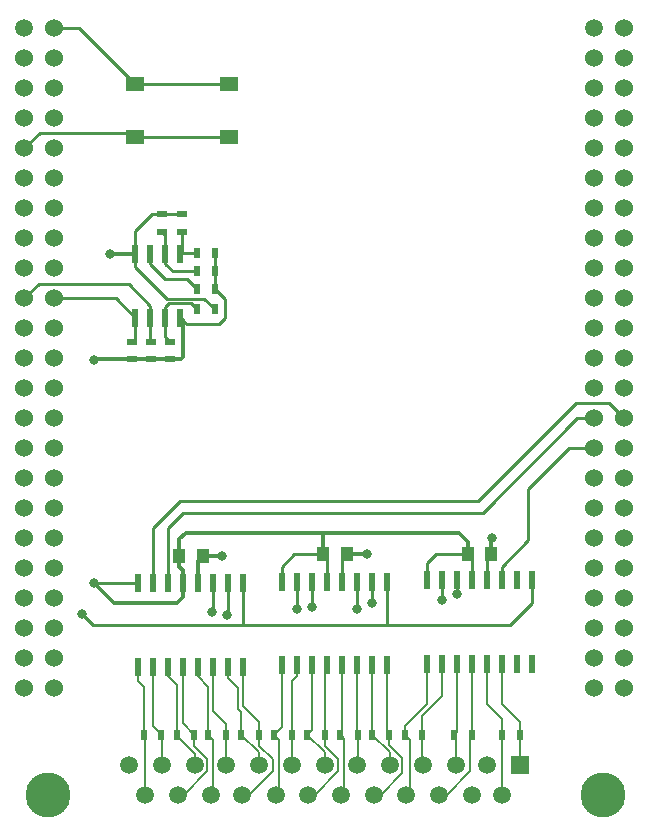
<source format=gtl>
G04 #@! TF.FileFunction,Copper,L1,Top,Signal*
%FSLAX46Y46*%
G04 Gerber Fmt 4.6, Leading zero omitted, Abs format (unit mm)*
G04 Created by KiCad (PCBNEW 4.0.7) date 10/18/17 23:54:45*
%MOMM*%
%LPD*%
G01*
G04 APERTURE LIST*
%ADD10C,0.150000*%
%ADD11R,0.500000X0.900000*%
%ADD12C,1.500000*%
%ADD13C,1.524000*%
%ADD14R,0.600000X1.550000*%
%ADD15R,0.900000X0.500000*%
%ADD16R,0.600000X1.500000*%
%ADD17R,1.000000X1.250000*%
%ADD18C,3.810000*%
%ADD19R,1.520000X1.520000*%
%ADD20C,1.520000*%
%ADD21R,1.550000X1.300000*%
%ADD22C,0.812800*%
%ADD23C,0.254000*%
%ADD24C,0.350000*%
%ADD25C,0.152400*%
G04 APERTURE END LIST*
D10*
D11*
X135076500Y-122364500D03*
X136576500Y-122364500D03*
D12*
X164980400Y-62575200D03*
D13*
X167520400Y-118455200D03*
X164980400Y-118455200D03*
X167520400Y-115915200D03*
X164980400Y-115915200D03*
X167520400Y-113375200D03*
X164980400Y-113375200D03*
X167520400Y-98135200D03*
X167520400Y-110835200D03*
X164980400Y-110835200D03*
X164980400Y-72735200D03*
X164980400Y-70195200D03*
X164980400Y-67655200D03*
X164980400Y-65115200D03*
X164980400Y-108295200D03*
X164980400Y-105755200D03*
X167520400Y-108295200D03*
X167520400Y-105755200D03*
X167520400Y-103215200D03*
X167520400Y-100675200D03*
X167520400Y-95595200D03*
X164980400Y-103215200D03*
X167520400Y-93055200D03*
X167520400Y-90515200D03*
X164980400Y-100675200D03*
X167520400Y-87975200D03*
X164980400Y-98135200D03*
X167520400Y-85435200D03*
X164980400Y-95595200D03*
X167520400Y-82895200D03*
X164980400Y-93055200D03*
X167520400Y-80355200D03*
X164980400Y-90515200D03*
X167520400Y-77815200D03*
X164980400Y-87975200D03*
X167520400Y-75275200D03*
X164980400Y-85435200D03*
X167520400Y-72735200D03*
X164980400Y-82895200D03*
X167520400Y-70195200D03*
X164980400Y-80355200D03*
X167520400Y-67655200D03*
X164980400Y-77815200D03*
X167520400Y-65115200D03*
X164980400Y-75275200D03*
X167520400Y-62575200D03*
X119260400Y-62575200D03*
X116720400Y-75275200D03*
X119260400Y-65115200D03*
X116720400Y-77815200D03*
X119260400Y-67655200D03*
X116720400Y-80355200D03*
X119260400Y-70195200D03*
X116720400Y-82895200D03*
X119260400Y-72735200D03*
X116720400Y-85435200D03*
X119260400Y-75275200D03*
X116720400Y-87975200D03*
X119260400Y-77815200D03*
X116720400Y-90515200D03*
X119260400Y-80355200D03*
X116720400Y-93055200D03*
X119260400Y-82895200D03*
X116720400Y-95595200D03*
X119260400Y-85435200D03*
X116720400Y-98135200D03*
X119260400Y-87975200D03*
X116720400Y-100675200D03*
X119260400Y-90515200D03*
X119260400Y-93055200D03*
X116720400Y-103215200D03*
X119260400Y-95595200D03*
X119260400Y-100675200D03*
X119260400Y-103215200D03*
X119260400Y-105755200D03*
X119260400Y-108295200D03*
X116720400Y-105755200D03*
X116720400Y-108295200D03*
X116720400Y-65115200D03*
X116720400Y-67655200D03*
X116720400Y-70195200D03*
X116720400Y-72735200D03*
X116720400Y-110835200D03*
X119260400Y-110835200D03*
X119260400Y-98135200D03*
X116720400Y-113375200D03*
X119260400Y-113375200D03*
X116720400Y-115915200D03*
X119260400Y-115915200D03*
X116720400Y-118455200D03*
X119260400Y-118455200D03*
D12*
X116720400Y-62575200D03*
D14*
X129921000Y-81691500D03*
X128651000Y-81691500D03*
X127381000Y-81691500D03*
X126111000Y-81691500D03*
X126111000Y-87091500D03*
X127381000Y-87091500D03*
X128651000Y-87091500D03*
X129921000Y-87091500D03*
D15*
X127444500Y-89102500D03*
X127444500Y-90602500D03*
X125857000Y-89102500D03*
X125857000Y-90602500D03*
X129032000Y-89102500D03*
X129032000Y-90602500D03*
D11*
X131330000Y-84645500D03*
X132830000Y-84645500D03*
X131330000Y-83121500D03*
X132830000Y-83121500D03*
X131330000Y-81597500D03*
X132830000Y-81597500D03*
X132830000Y-86360000D03*
X131330000Y-86360000D03*
D15*
X128397000Y-78307500D03*
X128397000Y-79807500D03*
X130048000Y-78307500D03*
X130048000Y-79807500D03*
D11*
X128321500Y-122364500D03*
X126821500Y-122364500D03*
X129615500Y-122364500D03*
X131115500Y-122364500D03*
X133782500Y-122364500D03*
X132282500Y-122364500D03*
X139370500Y-122364500D03*
X137870500Y-122364500D03*
X140664500Y-122364500D03*
X142164500Y-122364500D03*
X144958500Y-122364500D03*
X143458500Y-122364500D03*
X146125500Y-122364500D03*
X147625500Y-122364500D03*
X150419500Y-122364500D03*
X148919500Y-122364500D03*
X153110500Y-122364500D03*
X154610500Y-122364500D03*
X158674500Y-122364500D03*
X157174500Y-122364500D03*
D16*
X126301500Y-116643500D03*
X127571500Y-116643500D03*
X128841500Y-116643500D03*
X130111500Y-116643500D03*
X131381500Y-116643500D03*
X132651500Y-116643500D03*
X133921500Y-116643500D03*
X135191500Y-116643500D03*
X135191500Y-109543500D03*
X133921500Y-109543500D03*
X132651500Y-109543500D03*
X131381500Y-109543500D03*
X130111500Y-109543500D03*
X128841500Y-109543500D03*
X127571500Y-109543500D03*
X126301500Y-109543500D03*
X138493500Y-116516500D03*
X139763500Y-116516500D03*
X141033500Y-116516500D03*
X142303500Y-116516500D03*
X143573500Y-116516500D03*
X144843500Y-116516500D03*
X146113500Y-116516500D03*
X147383500Y-116516500D03*
X147383500Y-109416500D03*
X146113500Y-109416500D03*
X144843500Y-109416500D03*
X143573500Y-109416500D03*
X142303500Y-109416500D03*
X141033500Y-109416500D03*
X139763500Y-109416500D03*
X138493500Y-109416500D03*
X150812500Y-116389500D03*
X152082500Y-116389500D03*
X153352500Y-116389500D03*
X154622500Y-116389500D03*
X155892500Y-116389500D03*
X157162500Y-116389500D03*
X158432500Y-116389500D03*
X159702500Y-116389500D03*
X159702500Y-109289500D03*
X158432500Y-109289500D03*
X157162500Y-109289500D03*
X155892500Y-109289500D03*
X154622500Y-109289500D03*
X153352500Y-109289500D03*
X152082500Y-109289500D03*
X150812500Y-109289500D03*
D17*
X131810000Y-107251500D03*
X129810000Y-107251500D03*
X144002000Y-107061000D03*
X142002000Y-107061000D03*
X156257500Y-107061000D03*
X154257500Y-107061000D03*
D18*
X118676500Y-127444500D03*
X165666500Y-127444500D03*
D19*
X158686500Y-124904500D03*
D20*
X155896500Y-124904500D03*
X153226500Y-124904500D03*
X150426500Y-124904500D03*
X147636500Y-124904500D03*
X144846500Y-124904500D03*
X142176500Y-124904500D03*
X139386500Y-124904500D03*
X136586500Y-124904500D03*
X133796500Y-124904500D03*
X131126500Y-124904500D03*
X128336500Y-124904500D03*
X125536500Y-124904500D03*
X157116500Y-127444500D03*
X154576500Y-127444500D03*
X151776500Y-127444500D03*
X149036500Y-127444500D03*
X146286500Y-127444500D03*
X143496500Y-127444500D03*
X140756500Y-127444500D03*
X138006500Y-127444500D03*
X135166500Y-127444500D03*
X132476500Y-127444500D03*
X129726500Y-127444500D03*
X126936500Y-127444500D03*
D21*
X126068000Y-71782500D03*
X126068000Y-67282500D03*
X134028000Y-67282500D03*
X134028000Y-71782500D03*
D22*
X123952000Y-81661000D03*
X156273500Y-105727500D03*
X145732500Y-107061000D03*
X133413500Y-107251500D03*
X133858000Y-112204500D03*
X132588000Y-112014000D03*
X141033500Y-111569500D03*
X139827000Y-111760000D03*
X146113500Y-111252000D03*
X144843500Y-111760000D03*
X153352500Y-110490000D03*
X152082500Y-110998000D03*
X121602500Y-112141000D03*
X122618500Y-109537500D03*
X122618500Y-90614500D03*
D23*
X119260400Y-62575200D02*
X121360700Y-62575200D01*
X121360700Y-62575200D02*
X126068000Y-67282500D01*
X126068000Y-67282500D02*
X134028000Y-67282500D01*
D24*
X126111000Y-81691500D02*
X123982500Y-81691500D01*
X123982500Y-81691500D02*
X123952000Y-81661000D01*
X131810000Y-107251500D02*
X131381500Y-107680000D01*
X131381500Y-107680000D02*
X131381500Y-109543500D01*
X156257500Y-105743500D02*
X156257500Y-107061000D01*
X156273500Y-105727500D02*
X156257500Y-105743500D01*
X144002000Y-107061000D02*
X145732500Y-107061000D01*
X131810000Y-107251500D02*
X133413500Y-107251500D01*
D23*
X144002000Y-107061000D02*
X144065500Y-107124500D01*
X156273500Y-107045000D02*
X156257500Y-107061000D01*
X156257500Y-107061000D02*
X155892500Y-107426000D01*
X155892500Y-107426000D02*
X155892500Y-109289500D01*
X144002000Y-107061000D02*
X143573500Y-107489500D01*
X143573500Y-107489500D02*
X143573500Y-109416500D01*
X126111000Y-81691500D02*
X126111000Y-79692500D01*
X127496000Y-78307500D02*
X128397000Y-78307500D01*
X126111000Y-79692500D02*
X127496000Y-78307500D01*
X132830000Y-86360000D02*
X131915598Y-85445598D01*
X126111000Y-82740500D02*
X126111000Y-81691500D01*
X128816098Y-85445598D02*
X126111000Y-82740500D01*
X131915598Y-85445598D02*
X128816098Y-85445598D01*
X130048000Y-78307500D02*
X128397000Y-78307500D01*
X133921500Y-112141000D02*
X133921500Y-109543500D01*
X133858000Y-112204500D02*
X133921500Y-112141000D01*
X132651500Y-111950500D02*
X132651500Y-109543500D01*
X132588000Y-112014000D02*
X132651500Y-111950500D01*
X141033500Y-111569500D02*
X141033500Y-109416500D01*
X139827000Y-111760000D02*
X139763500Y-111696500D01*
X139763500Y-111696500D02*
X139763500Y-109416500D01*
X146113500Y-111252000D02*
X146113500Y-109416500D01*
X144843500Y-111760000D02*
X144843500Y-109416500D01*
X153352500Y-110490000D02*
X153352500Y-109289500D01*
X152082500Y-110998000D02*
X152082500Y-109289500D01*
X127571500Y-109543500D02*
X127571500Y-104838500D01*
X166222700Y-94297500D02*
X167520400Y-95595200D01*
X163385500Y-94297500D02*
X166222700Y-94297500D01*
X155130500Y-102552500D02*
X163385500Y-94297500D01*
X129857500Y-102552500D02*
X155130500Y-102552500D01*
X127571500Y-104838500D02*
X129857500Y-102552500D01*
X157162500Y-109289500D02*
X157162500Y-108140500D01*
X162849800Y-98135200D02*
X164980400Y-98135200D01*
X159385000Y-101600000D02*
X162849800Y-98135200D01*
X159385000Y-105918000D02*
X159385000Y-101600000D01*
X157162500Y-108140500D02*
X159385000Y-105918000D01*
X128841500Y-109543500D02*
X128841500Y-104902000D01*
X163484800Y-95595200D02*
X164980400Y-95595200D01*
X155511500Y-103568500D02*
X163484800Y-95595200D01*
X130175000Y-103568500D02*
X155511500Y-103568500D01*
X128841500Y-104902000D02*
X130175000Y-103568500D01*
X119260400Y-85435200D02*
X124454700Y-85435200D01*
X124454700Y-85435200D02*
X126111000Y-87091500D01*
X125857000Y-89102500D02*
X126111000Y-88848500D01*
X126111000Y-88848500D02*
X126111000Y-87091500D01*
X116720400Y-85435200D02*
X117954600Y-84201000D01*
X127381000Y-86042500D02*
X127381000Y-87091500D01*
X125539500Y-84201000D02*
X127381000Y-86042500D01*
X117954600Y-84201000D02*
X125539500Y-84201000D01*
X127444500Y-89102500D02*
X127381000Y-89039000D01*
X127381000Y-89039000D02*
X127381000Y-87091500D01*
X135191500Y-109543500D02*
X135191500Y-113093500D01*
X147383500Y-113093500D02*
X135191500Y-113093500D01*
X135191500Y-113093500D02*
X122555000Y-113093500D01*
X122555000Y-113093500D02*
X121602500Y-112141000D01*
X147383500Y-109416500D02*
X147383500Y-113093500D01*
X159702500Y-111252000D02*
X159702500Y-109289500D01*
X157861000Y-113093500D02*
X159702500Y-111252000D01*
X147383500Y-113093500D02*
X157861000Y-113093500D01*
X126301500Y-109543500D02*
X122624500Y-109543500D01*
X122624500Y-109543500D02*
X122618500Y-109537500D01*
D24*
X126746000Y-111188500D02*
X126301500Y-111188500D01*
X126746000Y-111188500D02*
X129667000Y-111188500D01*
X129667000Y-111188500D02*
X130111500Y-110744000D01*
X130111500Y-110744000D02*
X130111500Y-109543500D01*
X124269500Y-111188500D02*
X122618500Y-109537500D01*
X126301500Y-111188500D02*
X124269500Y-111188500D01*
X129810000Y-107251500D02*
X129810000Y-105838500D01*
X129810000Y-105838500D02*
X130365500Y-105283000D01*
X130365500Y-105283000D02*
X141986000Y-105283000D01*
X129810000Y-107251500D02*
X129810000Y-108156500D01*
X129810000Y-108156500D02*
X130111500Y-108458000D01*
X130111500Y-108458000D02*
X130111500Y-109543500D01*
X129810000Y-107251500D02*
X130111500Y-107553000D01*
X129032000Y-90602500D02*
X129933000Y-90602500D01*
X130111500Y-90424000D02*
X130111500Y-87282000D01*
X129933000Y-90602500D02*
X130111500Y-90424000D01*
X130111500Y-87282000D02*
X129921000Y-87091500D01*
X125857000Y-90602500D02*
X127444500Y-90602500D01*
X127444500Y-90602500D02*
X129032000Y-90602500D01*
X125857000Y-90602500D02*
X122630500Y-90602500D01*
X122630500Y-90602500D02*
X122618500Y-90614500D01*
X142002000Y-107061000D02*
X142002000Y-105283000D01*
X142002000Y-105283000D02*
X141986000Y-105283000D01*
X154257500Y-106061000D02*
X154257500Y-107061000D01*
X141986000Y-105283000D02*
X153479500Y-105283000D01*
X153479500Y-105283000D02*
X154257500Y-106061000D01*
D23*
X154257500Y-107061000D02*
X151574500Y-107061000D01*
X150812500Y-107823000D02*
X150812500Y-109289500D01*
X151574500Y-107061000D02*
X150812500Y-107823000D01*
X154257500Y-107061000D02*
X154622500Y-107426000D01*
X154622500Y-107426000D02*
X154622500Y-109289500D01*
X142002000Y-107061000D02*
X139573000Y-107061000D01*
X138493500Y-108140500D02*
X138493500Y-109416500D01*
X139573000Y-107061000D02*
X138493500Y-108140500D01*
X142002000Y-107061000D02*
X142303500Y-107362500D01*
X142303500Y-107362500D02*
X142303500Y-109416500D01*
X132830000Y-81597500D02*
X132830000Y-83121500D01*
X132830000Y-83121500D02*
X132830000Y-84645500D01*
X132830000Y-84645500D02*
X133667500Y-85483000D01*
X133667500Y-85483000D02*
X133667500Y-87122000D01*
X133667500Y-87122000D02*
X133159500Y-87630000D01*
X133159500Y-87630000D02*
X130459500Y-87630000D01*
X130459500Y-87630000D02*
X129921000Y-87091500D01*
D25*
X158674500Y-122364500D02*
X158674500Y-124892500D01*
X158674500Y-124892500D02*
X158686500Y-124904500D01*
X157162500Y-116389500D02*
X157162500Y-119761000D01*
X158674500Y-121273000D02*
X158674500Y-122364500D01*
X157162500Y-119761000D02*
X158674500Y-121273000D01*
X153110500Y-122364500D02*
X153352500Y-122122500D01*
X153352500Y-122122500D02*
X153352500Y-116389500D01*
X153226500Y-124904500D02*
X153226500Y-122480500D01*
X153226500Y-122480500D02*
X153110500Y-122364500D01*
X150419500Y-122364500D02*
X150419500Y-124897500D01*
X150419500Y-124897500D02*
X150426500Y-124904500D01*
X152082500Y-116389500D02*
X152082500Y-119126000D01*
X150419500Y-120789000D02*
X150419500Y-122364500D01*
X152082500Y-119126000D02*
X150419500Y-120789000D01*
X146125500Y-122364500D02*
X147636500Y-123875500D01*
X147636500Y-123875500D02*
X147636500Y-124904500D01*
X146113500Y-116516500D02*
X146113500Y-122352500D01*
X146113500Y-122352500D02*
X146125500Y-122364500D01*
X144958500Y-122364500D02*
X144958500Y-124792500D01*
X144958500Y-124792500D02*
X144846500Y-124904500D01*
X144843500Y-116516500D02*
X144843500Y-122249500D01*
X144843500Y-122249500D02*
X144958500Y-122364500D01*
X140664500Y-122364500D02*
X142176500Y-123876500D01*
X142176500Y-123876500D02*
X142176500Y-124904500D01*
X141033500Y-116516500D02*
X141033500Y-121995500D01*
X141033500Y-121995500D02*
X140664500Y-122364500D01*
X139763500Y-116516500D02*
X139763500Y-117411500D01*
X139370500Y-117804500D02*
X139370500Y-122364500D01*
X139763500Y-117411500D02*
X139370500Y-117804500D01*
X139370500Y-122364500D02*
X139386500Y-122380500D01*
X139386500Y-122380500D02*
X139386500Y-124904500D01*
X133921500Y-116643500D02*
X133921500Y-117538500D01*
X135076500Y-120471500D02*
X135076500Y-122364500D01*
X134810500Y-120205500D02*
X135076500Y-120471500D01*
X134810500Y-118427500D02*
X134810500Y-120205500D01*
X133921500Y-117538500D02*
X134810500Y-118427500D01*
X135076500Y-122364500D02*
X136586500Y-123874500D01*
X136586500Y-123874500D02*
X136586500Y-124904500D01*
X132651500Y-116643500D02*
X132651500Y-120332500D01*
X133782500Y-121463500D02*
X133782500Y-122364500D01*
X132651500Y-120332500D02*
X133782500Y-121463500D01*
X133782500Y-122364500D02*
X133796500Y-122378500D01*
X133796500Y-122378500D02*
X133796500Y-124904500D01*
X128841500Y-116643500D02*
X128841500Y-117411500D01*
X129603500Y-118173500D02*
X129603500Y-122352500D01*
X128841500Y-117411500D02*
X129603500Y-118173500D01*
X129603500Y-122352500D02*
X129615500Y-122364500D01*
X129615500Y-122364500D02*
X129615500Y-122503500D01*
X129615500Y-122503500D02*
X131126500Y-124014500D01*
X131126500Y-124014500D02*
X131126500Y-124904500D01*
X127571500Y-116643500D02*
X127571500Y-121614500D01*
X127571500Y-121614500D02*
X128336500Y-122379500D01*
X128336500Y-122379500D02*
X128336500Y-124904500D01*
X157174500Y-122364500D02*
X157174500Y-127386500D01*
X157174500Y-127386500D02*
X157116500Y-127444500D01*
X155892500Y-116389500D02*
X155892500Y-119761000D01*
X157174500Y-121043000D02*
X157174500Y-122364500D01*
X155892500Y-119761000D02*
X157174500Y-121043000D01*
X154622500Y-116389500D02*
X154622500Y-122352500D01*
X154622500Y-122352500D02*
X154432000Y-122543000D01*
X154432000Y-122543000D02*
X154432000Y-125476000D01*
X154432000Y-125476000D02*
X152463500Y-127444500D01*
X152463500Y-127444500D02*
X151776500Y-127444500D01*
X152336500Y-127444500D02*
X151776500Y-127444500D01*
X148919500Y-122364500D02*
X149352000Y-122797000D01*
X149352000Y-122797000D02*
X149352000Y-127129000D01*
X149352000Y-127129000D02*
X149036500Y-127444500D01*
X150812500Y-116389500D02*
X150812500Y-119761000D01*
X148919500Y-121654000D02*
X148919500Y-122364500D01*
X150812500Y-119761000D02*
X148919500Y-121654000D01*
X147625500Y-122364500D02*
X147625500Y-123241500D01*
X148717000Y-125603000D02*
X146875500Y-127444500D01*
X148717000Y-124333000D02*
X148717000Y-125603000D01*
X147625500Y-123241500D02*
X148717000Y-124333000D01*
X146875500Y-127444500D02*
X146286500Y-127444500D01*
X147383500Y-116516500D02*
X147383500Y-122122500D01*
X147383500Y-122122500D02*
X147625500Y-122364500D01*
X143458500Y-122364500D02*
X143764000Y-122670000D01*
X143764000Y-122670000D02*
X143764000Y-127177000D01*
X143764000Y-127177000D02*
X143496500Y-127444500D01*
X143573500Y-116516500D02*
X143573500Y-122249500D01*
X143573500Y-122249500D02*
X143458500Y-122364500D01*
X142164500Y-122364500D02*
X142164500Y-123305000D01*
X143256000Y-125476000D02*
X141287500Y-127444500D01*
X143256000Y-124396500D02*
X143256000Y-125476000D01*
X142164500Y-123305000D02*
X143256000Y-124396500D01*
X141287500Y-127444500D02*
X140756500Y-127444500D01*
X142303500Y-116516500D02*
X142164500Y-116655500D01*
X142164500Y-116655500D02*
X142164500Y-122364500D01*
X137870500Y-122364500D02*
X138303000Y-122797000D01*
X138303000Y-122797000D02*
X138303000Y-127148000D01*
X138303000Y-127148000D02*
X138006500Y-127444500D01*
X138493500Y-116516500D02*
X138493500Y-121741500D01*
X138493500Y-121741500D02*
X137870500Y-122364500D01*
X136576500Y-122364500D02*
X136576500Y-123305000D01*
X137731500Y-125412500D02*
X135699500Y-127444500D01*
X137731500Y-124460000D02*
X137731500Y-125412500D01*
X136576500Y-123305000D02*
X137731500Y-124460000D01*
X135699500Y-127444500D02*
X135166500Y-127444500D01*
X135699500Y-127444500D02*
X135166500Y-127444500D01*
X135191500Y-116643500D02*
X135191500Y-119951500D01*
X136576500Y-121336500D02*
X136576500Y-122364500D01*
X135191500Y-119951500D02*
X136576500Y-121336500D01*
X132282500Y-122364500D02*
X132715000Y-122797000D01*
X132715000Y-122797000D02*
X132715000Y-127206000D01*
X132715000Y-127206000D02*
X132476500Y-127444500D01*
X131381500Y-116643500D02*
X131381500Y-117411500D01*
X132282500Y-118312500D02*
X132282500Y-122364500D01*
X131381500Y-117411500D02*
X132282500Y-118312500D01*
X132651500Y-127269500D02*
X132476500Y-127444500D01*
X131115500Y-122364500D02*
X131115500Y-123368500D01*
X132207000Y-125476000D02*
X130238500Y-127444500D01*
X132207000Y-124460000D02*
X132207000Y-125476000D01*
X131115500Y-123368500D02*
X132207000Y-124460000D01*
X130238500Y-127444500D02*
X129726500Y-127444500D01*
X130238500Y-127444500D02*
X129726500Y-127444500D01*
X130111500Y-116643500D02*
X130111500Y-121360500D01*
X130111500Y-121360500D02*
X131115500Y-122364500D01*
X126301500Y-116643500D02*
X126301500Y-117792500D01*
X126821500Y-118312500D02*
X126821500Y-122364500D01*
X126301500Y-117792500D02*
X126821500Y-118312500D01*
X126821500Y-122364500D02*
X126936500Y-122479500D01*
X126936500Y-122479500D02*
X126936500Y-127444500D01*
D23*
X134028000Y-71782500D02*
X126068000Y-71782500D01*
X126068000Y-71782500D02*
X125723000Y-71437500D01*
X125723000Y-71437500D02*
X118018100Y-71437500D01*
X118018100Y-71437500D02*
X116720400Y-72735200D01*
X129032000Y-89102500D02*
X128651000Y-88721500D01*
X128651000Y-88721500D02*
X128651000Y-87091500D01*
X131330000Y-86360000D02*
X130822000Y-85852000D01*
X128651000Y-86169500D02*
X128651000Y-87091500D01*
X128968500Y-85852000D02*
X128651000Y-86169500D01*
X130822000Y-85852000D02*
X128968500Y-85852000D01*
X131330000Y-84645500D02*
X130441000Y-83756500D01*
X127381000Y-82486500D02*
X127381000Y-81691500D01*
X128651000Y-83756500D02*
X127381000Y-82486500D01*
X130441000Y-83756500D02*
X128651000Y-83756500D01*
X131330000Y-83121500D02*
X129286000Y-83121500D01*
X128651000Y-82486500D02*
X128651000Y-81691500D01*
X129286000Y-83121500D02*
X128651000Y-82486500D01*
X128397000Y-79807500D02*
X128651000Y-80061500D01*
X128651000Y-80061500D02*
X128651000Y-81691500D01*
X130048000Y-79807500D02*
X130048000Y-81564500D01*
X130048000Y-81564500D02*
X130081000Y-81597500D01*
X130081000Y-81597500D02*
X131330000Y-81597500D01*
M02*

</source>
